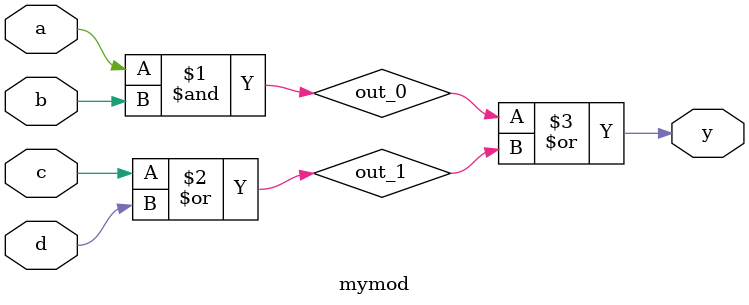
<source format=v>
module mysubmod (w, q);

input w;
output q;

assign q = w || 0;

endmodule

module mymod (a, b, c, d, y);

input a;
input b;
input c;
input d;
output y;

wire a;
wire b;
wire c;
wire d;
wire y;

wire out_0;
wire out_1;
wire g;
wire h;

mysubmod instance_1(a, g);
mysubmod instance_2(a, h);

and u0 (out_0, a, b);

or u1 (out_1, c, d);

or u2 (y, out_0, out_1);

endmodule

</source>
